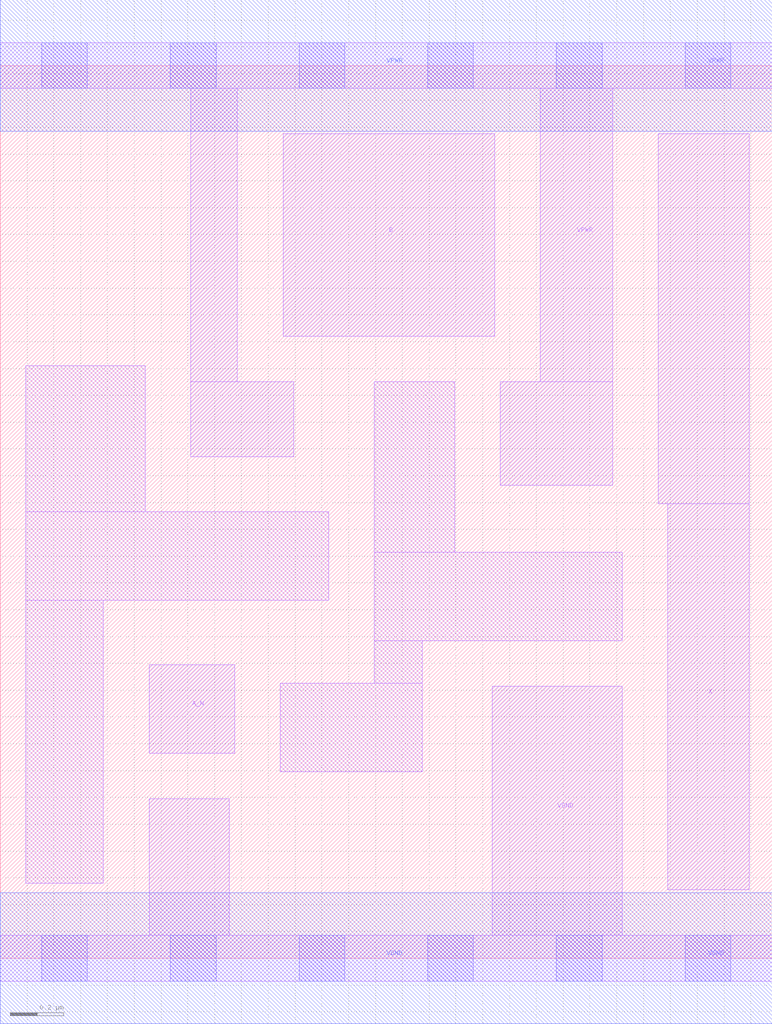
<source format=lef>
# Copyright 2020 The SkyWater PDK Authors
#
# Licensed under the Apache License, Version 2.0 (the "License");
# you may not use this file except in compliance with the License.
# You may obtain a copy of the License at
#
#     https://www.apache.org/licenses/LICENSE-2.0
#
# Unless required by applicable law or agreed to in writing, software
# distributed under the License is distributed on an "AS IS" BASIS,
# WITHOUT WARRANTIES OR CONDITIONS OF ANY KIND, either express or implied.
# See the License for the specific language governing permissions and
# limitations under the License.
#
# SPDX-License-Identifier: Apache-2.0

VERSION 5.7 ;
  NAMESCASESENSITIVE ON ;
  NOWIREEXTENSIONATPIN ON ;
  DIVIDERCHAR "/" ;
  BUSBITCHARS "[]" ;
UNITS
  DATABASE MICRONS 200 ;
END UNITS
MACRO sky130_fd_sc_lp__and2b_1
  CLASS CORE ;
  SOURCE USER ;
  FOREIGN sky130_fd_sc_lp__and2b_1 ;
  ORIGIN  0.000000  0.000000 ;
  SIZE  2.880000 BY  3.330000 ;
  SYMMETRY X Y R90 ;
  SITE unit ;
  PIN A_N
    ANTENNAGATEAREA  0.126000 ;
    DIRECTION INPUT ;
    USE SIGNAL ;
    PORT
      LAYER li1 ;
        RECT 0.555000 0.765000 0.875000 1.095000 ;
    END
  END A_N
  PIN B
    ANTENNAGATEAREA  0.126000 ;
    DIRECTION INPUT ;
    USE SIGNAL ;
    PORT
      LAYER li1 ;
        RECT 1.055000 2.320000 1.845000 3.075000 ;
    END
  END B
  PIN X
    ANTENNADIFFAREA  0.556500 ;
    DIRECTION OUTPUT ;
    USE SIGNAL ;
    PORT
      LAYER li1 ;
        RECT 2.455000 1.695000 2.795000 3.075000 ;
        RECT 2.490000 0.255000 2.795000 1.695000 ;
    END
  END X
  PIN VGND
    DIRECTION INOUT ;
    USE GROUND ;
    PORT
      LAYER li1 ;
        RECT 0.000000 -0.085000 2.880000 0.085000 ;
        RECT 0.555000  0.085000 0.855000 0.595000 ;
        RECT 1.835000  0.085000 2.320000 1.015000 ;
      LAYER mcon ;
        RECT 0.155000 -0.085000 0.325000 0.085000 ;
        RECT 0.635000 -0.085000 0.805000 0.085000 ;
        RECT 1.115000 -0.085000 1.285000 0.085000 ;
        RECT 1.595000 -0.085000 1.765000 0.085000 ;
        RECT 2.075000 -0.085000 2.245000 0.085000 ;
        RECT 2.555000 -0.085000 2.725000 0.085000 ;
      LAYER met1 ;
        RECT 0.000000 -0.245000 2.880000 0.245000 ;
    END
  END VGND
  PIN VPWR
    DIRECTION INOUT ;
    USE POWER ;
    PORT
      LAYER li1 ;
        RECT 0.000000 3.245000 2.880000 3.415000 ;
        RECT 0.710000 1.870000 1.095000 2.150000 ;
        RECT 0.710000 2.150000 0.885000 3.245000 ;
        RECT 1.865000 1.765000 2.285000 2.150000 ;
        RECT 2.015000 2.150000 2.285000 3.245000 ;
      LAYER mcon ;
        RECT 0.155000 3.245000 0.325000 3.415000 ;
        RECT 0.635000 3.245000 0.805000 3.415000 ;
        RECT 1.115000 3.245000 1.285000 3.415000 ;
        RECT 1.595000 3.245000 1.765000 3.415000 ;
        RECT 2.075000 3.245000 2.245000 3.415000 ;
        RECT 2.555000 3.245000 2.725000 3.415000 ;
      LAYER met1 ;
        RECT 0.000000 3.085000 2.880000 3.575000 ;
    END
  END VPWR
  OBS
    LAYER li1 ;
      RECT 0.095000 0.280000 0.385000 1.335000 ;
      RECT 0.095000 1.335000 1.225000 1.665000 ;
      RECT 0.095000 1.665000 0.540000 2.210000 ;
      RECT 1.045000 0.695000 1.575000 1.025000 ;
      RECT 1.395000 1.025000 1.575000 1.185000 ;
      RECT 1.395000 1.185000 2.320000 1.515000 ;
      RECT 1.395000 1.515000 1.695000 2.150000 ;
  END
END sky130_fd_sc_lp__and2b_1

</source>
